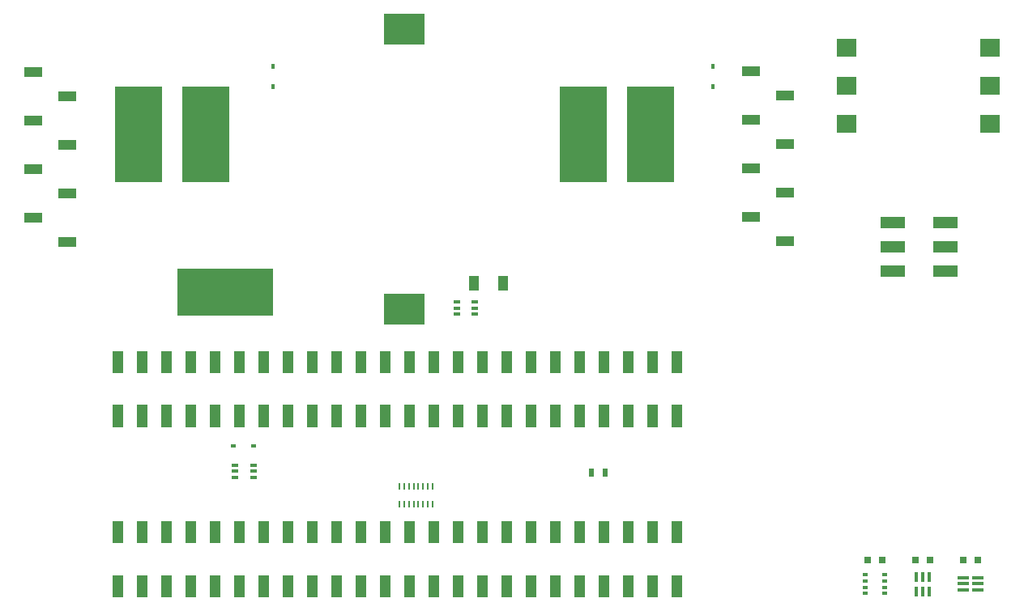
<source format=gbr>
G04 #@! TF.GenerationSoftware,KiCad,Pcbnew,(5.1.4)-1*
G04 #@! TF.CreationDate,2020-01-19T15:47:51-08:00*
G04 #@! TF.ProjectId,Light_intensity_data_logger,4c696768-745f-4696-9e74-656e73697479,rev?*
G04 #@! TF.SameCoordinates,Original*
G04 #@! TF.FileFunction,Paste,Top*
G04 #@! TF.FilePolarity,Positive*
%FSLAX46Y46*%
G04 Gerber Fmt 4.6, Leading zero omitted, Abs format (unit mm)*
G04 Created by KiCad (PCBNEW (5.1.4)-1) date 2020-01-19 15:47:51*
%MOMM*%
%LPD*%
G04 APERTURE LIST*
%ADD10C,0.010000*%
%ADD11R,0.800000X0.750000*%
%ADD12R,1.905000X1.016000*%
%ADD13R,1.020000X2.220000*%
%ADD14R,4.200000X3.200000*%
%ADD15R,0.600000X0.450000*%
%ADD16R,0.400000X1.000000*%
%ADD17R,10.000000X5.000000*%
%ADD18R,0.450000X0.600000*%
%ADD19R,5.000000X10.000000*%
%ADD20R,1.000000X1.600000*%
%ADD21R,0.500000X0.350000*%
%ADD22R,1.200000X0.350000*%
%ADD23R,2.500000X1.200000*%
%ADD24R,2.000000X1.900000*%
%ADD25R,0.203200X0.685800*%
%ADD26R,0.500000X0.900000*%
%ADD27R,0.650000X0.400000*%
G04 APERTURE END LIST*
D10*
G36*
X84310000Y-96382000D02*
G01*
X83290000Y-96382000D01*
X83290000Y-94162000D01*
X84310000Y-94162000D01*
X84310000Y-96382000D01*
G37*
X84310000Y-96382000D02*
X83290000Y-96382000D01*
X83290000Y-94162000D01*
X84310000Y-94162000D01*
X84310000Y-96382000D01*
G36*
X86850000Y-90730000D02*
G01*
X85830000Y-90730000D01*
X85830000Y-88510000D01*
X86850000Y-88510000D01*
X86850000Y-90730000D01*
G37*
X86850000Y-90730000D02*
X85830000Y-90730000D01*
X85830000Y-88510000D01*
X86850000Y-88510000D01*
X86850000Y-90730000D01*
G36*
X107170000Y-90730000D02*
G01*
X106150000Y-90730000D01*
X106150000Y-88510000D01*
X107170000Y-88510000D01*
X107170000Y-90730000D01*
G37*
X107170000Y-90730000D02*
X106150000Y-90730000D01*
X106150000Y-88510000D01*
X107170000Y-88510000D01*
X107170000Y-90730000D01*
G36*
X104630000Y-96382000D02*
G01*
X103610000Y-96382000D01*
X103610000Y-94162000D01*
X104630000Y-94162000D01*
X104630000Y-96382000D01*
G37*
X104630000Y-96382000D02*
X103610000Y-96382000D01*
X103610000Y-94162000D01*
X104630000Y-94162000D01*
X104630000Y-96382000D01*
G36*
X86850000Y-96382000D02*
G01*
X85830000Y-96382000D01*
X85830000Y-94162000D01*
X86850000Y-94162000D01*
X86850000Y-96382000D01*
G37*
X86850000Y-96382000D02*
X85830000Y-96382000D01*
X85830000Y-94162000D01*
X86850000Y-94162000D01*
X86850000Y-96382000D01*
G36*
X102090000Y-96382000D02*
G01*
X101070000Y-96382000D01*
X101070000Y-94162000D01*
X102090000Y-94162000D01*
X102090000Y-96382000D01*
G37*
X102090000Y-96382000D02*
X101070000Y-96382000D01*
X101070000Y-94162000D01*
X102090000Y-94162000D01*
X102090000Y-96382000D01*
G36*
X102090000Y-90730000D02*
G01*
X101070000Y-90730000D01*
X101070000Y-88510000D01*
X102090000Y-88510000D01*
X102090000Y-90730000D01*
G37*
X102090000Y-90730000D02*
X101070000Y-90730000D01*
X101070000Y-88510000D01*
X102090000Y-88510000D01*
X102090000Y-90730000D01*
G36*
X89390000Y-90730000D02*
G01*
X88370000Y-90730000D01*
X88370000Y-88510000D01*
X89390000Y-88510000D01*
X89390000Y-90730000D01*
G37*
X89390000Y-90730000D02*
X88370000Y-90730000D01*
X88370000Y-88510000D01*
X89390000Y-88510000D01*
X89390000Y-90730000D01*
G36*
X91930000Y-96382000D02*
G01*
X90910000Y-96382000D01*
X90910000Y-94162000D01*
X91930000Y-94162000D01*
X91930000Y-96382000D01*
G37*
X91930000Y-96382000D02*
X90910000Y-96382000D01*
X90910000Y-94162000D01*
X91930000Y-94162000D01*
X91930000Y-96382000D01*
G36*
X99550000Y-96382000D02*
G01*
X98530000Y-96382000D01*
X98530000Y-94162000D01*
X99550000Y-94162000D01*
X99550000Y-96382000D01*
G37*
X99550000Y-96382000D02*
X98530000Y-96382000D01*
X98530000Y-94162000D01*
X99550000Y-94162000D01*
X99550000Y-96382000D01*
G36*
X89390000Y-96382000D02*
G01*
X88370000Y-96382000D01*
X88370000Y-94162000D01*
X89390000Y-94162000D01*
X89390000Y-96382000D01*
G37*
X89390000Y-96382000D02*
X88370000Y-96382000D01*
X88370000Y-94162000D01*
X89390000Y-94162000D01*
X89390000Y-96382000D01*
G36*
X91930000Y-90730000D02*
G01*
X90910000Y-90730000D01*
X90910000Y-88510000D01*
X91930000Y-88510000D01*
X91930000Y-90730000D01*
G37*
X91930000Y-90730000D02*
X90910000Y-90730000D01*
X90910000Y-88510000D01*
X91930000Y-88510000D01*
X91930000Y-90730000D01*
G36*
X94470000Y-90730000D02*
G01*
X93450000Y-90730000D01*
X93450000Y-88510000D01*
X94470000Y-88510000D01*
X94470000Y-90730000D01*
G37*
X94470000Y-90730000D02*
X93450000Y-90730000D01*
X93450000Y-88510000D01*
X94470000Y-88510000D01*
X94470000Y-90730000D01*
G36*
X94470000Y-96382000D02*
G01*
X93450000Y-96382000D01*
X93450000Y-94162000D01*
X94470000Y-94162000D01*
X94470000Y-96382000D01*
G37*
X94470000Y-96382000D02*
X93450000Y-96382000D01*
X93450000Y-94162000D01*
X94470000Y-94162000D01*
X94470000Y-96382000D01*
G36*
X97010000Y-90730000D02*
G01*
X95990000Y-90730000D01*
X95990000Y-88510000D01*
X97010000Y-88510000D01*
X97010000Y-90730000D01*
G37*
X97010000Y-90730000D02*
X95990000Y-90730000D01*
X95990000Y-88510000D01*
X97010000Y-88510000D01*
X97010000Y-90730000D01*
G36*
X97010000Y-96382000D02*
G01*
X95990000Y-96382000D01*
X95990000Y-94162000D01*
X97010000Y-94162000D01*
X97010000Y-96382000D01*
G37*
X97010000Y-96382000D02*
X95990000Y-96382000D01*
X95990000Y-94162000D01*
X97010000Y-94162000D01*
X97010000Y-96382000D01*
G36*
X84310000Y-90730000D02*
G01*
X83290000Y-90730000D01*
X83290000Y-88510000D01*
X84310000Y-88510000D01*
X84310000Y-90730000D01*
G37*
X84310000Y-90730000D02*
X83290000Y-90730000D01*
X83290000Y-88510000D01*
X84310000Y-88510000D01*
X84310000Y-90730000D01*
G36*
X99550000Y-90730000D02*
G01*
X98530000Y-90730000D01*
X98530000Y-88510000D01*
X99550000Y-88510000D01*
X99550000Y-90730000D01*
G37*
X99550000Y-90730000D02*
X98530000Y-90730000D01*
X98530000Y-88510000D01*
X99550000Y-88510000D01*
X99550000Y-90730000D01*
G36*
X104630000Y-90730000D02*
G01*
X103610000Y-90730000D01*
X103610000Y-88510000D01*
X104630000Y-88510000D01*
X104630000Y-90730000D01*
G37*
X104630000Y-90730000D02*
X103610000Y-90730000D01*
X103610000Y-88510000D01*
X104630000Y-88510000D01*
X104630000Y-90730000D01*
G36*
X114790000Y-96382000D02*
G01*
X113770000Y-96382000D01*
X113770000Y-94162000D01*
X114790000Y-94162000D01*
X114790000Y-96382000D01*
G37*
X114790000Y-96382000D02*
X113770000Y-96382000D01*
X113770000Y-94162000D01*
X114790000Y-94162000D01*
X114790000Y-96382000D01*
G36*
X109710000Y-90730000D02*
G01*
X108690000Y-90730000D01*
X108690000Y-88510000D01*
X109710000Y-88510000D01*
X109710000Y-90730000D01*
G37*
X109710000Y-90730000D02*
X108690000Y-90730000D01*
X108690000Y-88510000D01*
X109710000Y-88510000D01*
X109710000Y-90730000D01*
G36*
X112250000Y-90730000D02*
G01*
X111230000Y-90730000D01*
X111230000Y-88510000D01*
X112250000Y-88510000D01*
X112250000Y-90730000D01*
G37*
X112250000Y-90730000D02*
X111230000Y-90730000D01*
X111230000Y-88510000D01*
X112250000Y-88510000D01*
X112250000Y-90730000D01*
G36*
X112250000Y-96382000D02*
G01*
X111230000Y-96382000D01*
X111230000Y-94162000D01*
X112250000Y-94162000D01*
X112250000Y-96382000D01*
G37*
X112250000Y-96382000D02*
X111230000Y-96382000D01*
X111230000Y-94162000D01*
X112250000Y-94162000D01*
X112250000Y-96382000D01*
G36*
X117330000Y-90730000D02*
G01*
X116310000Y-90730000D01*
X116310000Y-88510000D01*
X117330000Y-88510000D01*
X117330000Y-90730000D01*
G37*
X117330000Y-90730000D02*
X116310000Y-90730000D01*
X116310000Y-88510000D01*
X117330000Y-88510000D01*
X117330000Y-90730000D01*
G36*
X114790000Y-90730000D02*
G01*
X113770000Y-90730000D01*
X113770000Y-88510000D01*
X114790000Y-88510000D01*
X114790000Y-90730000D01*
G37*
X114790000Y-90730000D02*
X113770000Y-90730000D01*
X113770000Y-88510000D01*
X114790000Y-88510000D01*
X114790000Y-90730000D01*
G36*
X119870000Y-90730000D02*
G01*
X118850000Y-90730000D01*
X118850000Y-88510000D01*
X119870000Y-88510000D01*
X119870000Y-90730000D01*
G37*
X119870000Y-90730000D02*
X118850000Y-90730000D01*
X118850000Y-88510000D01*
X119870000Y-88510000D01*
X119870000Y-90730000D01*
G36*
X107170000Y-96382000D02*
G01*
X106150000Y-96382000D01*
X106150000Y-94162000D01*
X107170000Y-94162000D01*
X107170000Y-96382000D01*
G37*
X107170000Y-96382000D02*
X106150000Y-96382000D01*
X106150000Y-94162000D01*
X107170000Y-94162000D01*
X107170000Y-96382000D01*
G36*
X117330000Y-96382000D02*
G01*
X116310000Y-96382000D01*
X116310000Y-94162000D01*
X117330000Y-94162000D01*
X117330000Y-96382000D01*
G37*
X117330000Y-96382000D02*
X116310000Y-96382000D01*
X116310000Y-94162000D01*
X117330000Y-94162000D01*
X117330000Y-96382000D01*
G36*
X109710000Y-96382000D02*
G01*
X108690000Y-96382000D01*
X108690000Y-94162000D01*
X109710000Y-94162000D01*
X109710000Y-96382000D01*
G37*
X109710000Y-96382000D02*
X108690000Y-96382000D01*
X108690000Y-94162000D01*
X109710000Y-94162000D01*
X109710000Y-96382000D01*
G36*
X142730000Y-90730000D02*
G01*
X141710000Y-90730000D01*
X141710000Y-88510000D01*
X142730000Y-88510000D01*
X142730000Y-90730000D01*
G37*
X142730000Y-90730000D02*
X141710000Y-90730000D01*
X141710000Y-88510000D01*
X142730000Y-88510000D01*
X142730000Y-90730000D01*
G36*
X135110000Y-90730000D02*
G01*
X134090000Y-90730000D01*
X134090000Y-88510000D01*
X135110000Y-88510000D01*
X135110000Y-90730000D01*
G37*
X135110000Y-90730000D02*
X134090000Y-90730000D01*
X134090000Y-88510000D01*
X135110000Y-88510000D01*
X135110000Y-90730000D01*
G36*
X132570000Y-96382000D02*
G01*
X131550000Y-96382000D01*
X131550000Y-94162000D01*
X132570000Y-94162000D01*
X132570000Y-96382000D01*
G37*
X132570000Y-96382000D02*
X131550000Y-96382000D01*
X131550000Y-94162000D01*
X132570000Y-94162000D01*
X132570000Y-96382000D01*
G36*
X137650000Y-96382000D02*
G01*
X136630000Y-96382000D01*
X136630000Y-94162000D01*
X137650000Y-94162000D01*
X137650000Y-96382000D01*
G37*
X137650000Y-96382000D02*
X136630000Y-96382000D01*
X136630000Y-94162000D01*
X137650000Y-94162000D01*
X137650000Y-96382000D01*
G36*
X135110000Y-96382000D02*
G01*
X134090000Y-96382000D01*
X134090000Y-94162000D01*
X135110000Y-94162000D01*
X135110000Y-96382000D01*
G37*
X135110000Y-96382000D02*
X134090000Y-96382000D01*
X134090000Y-94162000D01*
X135110000Y-94162000D01*
X135110000Y-96382000D01*
G36*
X142730000Y-96382000D02*
G01*
X141710000Y-96382000D01*
X141710000Y-94162000D01*
X142730000Y-94162000D01*
X142730000Y-96382000D01*
G37*
X142730000Y-96382000D02*
X141710000Y-96382000D01*
X141710000Y-94162000D01*
X142730000Y-94162000D01*
X142730000Y-96382000D01*
G36*
X140190000Y-90730000D02*
G01*
X139170000Y-90730000D01*
X139170000Y-88510000D01*
X140190000Y-88510000D01*
X140190000Y-90730000D01*
G37*
X140190000Y-90730000D02*
X139170000Y-90730000D01*
X139170000Y-88510000D01*
X140190000Y-88510000D01*
X140190000Y-90730000D01*
G36*
X137650000Y-90730000D02*
G01*
X136630000Y-90730000D01*
X136630000Y-88510000D01*
X137650000Y-88510000D01*
X137650000Y-90730000D01*
G37*
X137650000Y-90730000D02*
X136630000Y-90730000D01*
X136630000Y-88510000D01*
X137650000Y-88510000D01*
X137650000Y-90730000D01*
G36*
X140190000Y-96382000D02*
G01*
X139170000Y-96382000D01*
X139170000Y-94162000D01*
X140190000Y-94162000D01*
X140190000Y-96382000D01*
G37*
X140190000Y-96382000D02*
X139170000Y-96382000D01*
X139170000Y-94162000D01*
X140190000Y-94162000D01*
X140190000Y-96382000D01*
G36*
X122410000Y-96382000D02*
G01*
X121390000Y-96382000D01*
X121390000Y-94162000D01*
X122410000Y-94162000D01*
X122410000Y-96382000D01*
G37*
X122410000Y-96382000D02*
X121390000Y-96382000D01*
X121390000Y-94162000D01*
X122410000Y-94162000D01*
X122410000Y-96382000D01*
G36*
X130030000Y-96382000D02*
G01*
X129010000Y-96382000D01*
X129010000Y-94162000D01*
X130030000Y-94162000D01*
X130030000Y-96382000D01*
G37*
X130030000Y-96382000D02*
X129010000Y-96382000D01*
X129010000Y-94162000D01*
X130030000Y-94162000D01*
X130030000Y-96382000D01*
G36*
X132570000Y-90730000D02*
G01*
X131550000Y-90730000D01*
X131550000Y-88510000D01*
X132570000Y-88510000D01*
X132570000Y-90730000D01*
G37*
X132570000Y-90730000D02*
X131550000Y-90730000D01*
X131550000Y-88510000D01*
X132570000Y-88510000D01*
X132570000Y-90730000D01*
G36*
X119870000Y-96382000D02*
G01*
X118850000Y-96382000D01*
X118850000Y-94162000D01*
X119870000Y-94162000D01*
X119870000Y-96382000D01*
G37*
X119870000Y-96382000D02*
X118850000Y-96382000D01*
X118850000Y-94162000D01*
X119870000Y-94162000D01*
X119870000Y-96382000D01*
G36*
X122410000Y-90730000D02*
G01*
X121390000Y-90730000D01*
X121390000Y-88510000D01*
X122410000Y-88510000D01*
X122410000Y-90730000D01*
G37*
X122410000Y-90730000D02*
X121390000Y-90730000D01*
X121390000Y-88510000D01*
X122410000Y-88510000D01*
X122410000Y-90730000D01*
G36*
X127490000Y-90730000D02*
G01*
X126470000Y-90730000D01*
X126470000Y-88510000D01*
X127490000Y-88510000D01*
X127490000Y-90730000D01*
G37*
X127490000Y-90730000D02*
X126470000Y-90730000D01*
X126470000Y-88510000D01*
X127490000Y-88510000D01*
X127490000Y-90730000D01*
G36*
X124950000Y-90730000D02*
G01*
X123930000Y-90730000D01*
X123930000Y-88510000D01*
X124950000Y-88510000D01*
X124950000Y-90730000D01*
G37*
X124950000Y-90730000D02*
X123930000Y-90730000D01*
X123930000Y-88510000D01*
X124950000Y-88510000D01*
X124950000Y-90730000D01*
G36*
X130030000Y-90730000D02*
G01*
X129010000Y-90730000D01*
X129010000Y-88510000D01*
X130030000Y-88510000D01*
X130030000Y-90730000D01*
G37*
X130030000Y-90730000D02*
X129010000Y-90730000D01*
X129010000Y-88510000D01*
X130030000Y-88510000D01*
X130030000Y-90730000D01*
G36*
X124950000Y-96382000D02*
G01*
X123930000Y-96382000D01*
X123930000Y-94162000D01*
X124950000Y-94162000D01*
X124950000Y-96382000D01*
G37*
X124950000Y-96382000D02*
X123930000Y-96382000D01*
X123930000Y-94162000D01*
X124950000Y-94162000D01*
X124950000Y-96382000D01*
G36*
X127490000Y-96382000D02*
G01*
X126470000Y-96382000D01*
X126470000Y-94162000D01*
X127490000Y-94162000D01*
X127490000Y-96382000D01*
G37*
X127490000Y-96382000D02*
X126470000Y-96382000D01*
X126470000Y-94162000D01*
X127490000Y-94162000D01*
X127490000Y-96382000D01*
G36*
X142730000Y-78572000D02*
G01*
X141710000Y-78572000D01*
X141710000Y-76352000D01*
X142730000Y-76352000D01*
X142730000Y-78572000D01*
G37*
X142730000Y-78572000D02*
X141710000Y-78572000D01*
X141710000Y-76352000D01*
X142730000Y-76352000D01*
X142730000Y-78572000D01*
G36*
X142730000Y-72920000D02*
G01*
X141710000Y-72920000D01*
X141710000Y-70700000D01*
X142730000Y-70700000D01*
X142730000Y-72920000D01*
G37*
X142730000Y-72920000D02*
X141710000Y-72920000D01*
X141710000Y-70700000D01*
X142730000Y-70700000D01*
X142730000Y-72920000D01*
G36*
X140190000Y-78572000D02*
G01*
X139170000Y-78572000D01*
X139170000Y-76352000D01*
X140190000Y-76352000D01*
X140190000Y-78572000D01*
G37*
X140190000Y-78572000D02*
X139170000Y-78572000D01*
X139170000Y-76352000D01*
X140190000Y-76352000D01*
X140190000Y-78572000D01*
G36*
X140190000Y-72920000D02*
G01*
X139170000Y-72920000D01*
X139170000Y-70700000D01*
X140190000Y-70700000D01*
X140190000Y-72920000D01*
G37*
X140190000Y-72920000D02*
X139170000Y-72920000D01*
X139170000Y-70700000D01*
X140190000Y-70700000D01*
X140190000Y-72920000D01*
G36*
X137650000Y-78572000D02*
G01*
X136630000Y-78572000D01*
X136630000Y-76352000D01*
X137650000Y-76352000D01*
X137650000Y-78572000D01*
G37*
X137650000Y-78572000D02*
X136630000Y-78572000D01*
X136630000Y-76352000D01*
X137650000Y-76352000D01*
X137650000Y-78572000D01*
G36*
X137650000Y-72920000D02*
G01*
X136630000Y-72920000D01*
X136630000Y-70700000D01*
X137650000Y-70700000D01*
X137650000Y-72920000D01*
G37*
X137650000Y-72920000D02*
X136630000Y-72920000D01*
X136630000Y-70700000D01*
X137650000Y-70700000D01*
X137650000Y-72920000D01*
G36*
X135110000Y-78572000D02*
G01*
X134090000Y-78572000D01*
X134090000Y-76352000D01*
X135110000Y-76352000D01*
X135110000Y-78572000D01*
G37*
X135110000Y-78572000D02*
X134090000Y-78572000D01*
X134090000Y-76352000D01*
X135110000Y-76352000D01*
X135110000Y-78572000D01*
G36*
X135110000Y-72920000D02*
G01*
X134090000Y-72920000D01*
X134090000Y-70700000D01*
X135110000Y-70700000D01*
X135110000Y-72920000D01*
G37*
X135110000Y-72920000D02*
X134090000Y-72920000D01*
X134090000Y-70700000D01*
X135110000Y-70700000D01*
X135110000Y-72920000D01*
G36*
X132570000Y-78572000D02*
G01*
X131550000Y-78572000D01*
X131550000Y-76352000D01*
X132570000Y-76352000D01*
X132570000Y-78572000D01*
G37*
X132570000Y-78572000D02*
X131550000Y-78572000D01*
X131550000Y-76352000D01*
X132570000Y-76352000D01*
X132570000Y-78572000D01*
G36*
X132570000Y-72920000D02*
G01*
X131550000Y-72920000D01*
X131550000Y-70700000D01*
X132570000Y-70700000D01*
X132570000Y-72920000D01*
G37*
X132570000Y-72920000D02*
X131550000Y-72920000D01*
X131550000Y-70700000D01*
X132570000Y-70700000D01*
X132570000Y-72920000D01*
G36*
X130030000Y-78572000D02*
G01*
X129010000Y-78572000D01*
X129010000Y-76352000D01*
X130030000Y-76352000D01*
X130030000Y-78572000D01*
G37*
X130030000Y-78572000D02*
X129010000Y-78572000D01*
X129010000Y-76352000D01*
X130030000Y-76352000D01*
X130030000Y-78572000D01*
G36*
X130030000Y-72920000D02*
G01*
X129010000Y-72920000D01*
X129010000Y-70700000D01*
X130030000Y-70700000D01*
X130030000Y-72920000D01*
G37*
X130030000Y-72920000D02*
X129010000Y-72920000D01*
X129010000Y-70700000D01*
X130030000Y-70700000D01*
X130030000Y-72920000D01*
G36*
X127490000Y-78572000D02*
G01*
X126470000Y-78572000D01*
X126470000Y-76352000D01*
X127490000Y-76352000D01*
X127490000Y-78572000D01*
G37*
X127490000Y-78572000D02*
X126470000Y-78572000D01*
X126470000Y-76352000D01*
X127490000Y-76352000D01*
X127490000Y-78572000D01*
G36*
X127490000Y-72920000D02*
G01*
X126470000Y-72920000D01*
X126470000Y-70700000D01*
X127490000Y-70700000D01*
X127490000Y-72920000D01*
G37*
X127490000Y-72920000D02*
X126470000Y-72920000D01*
X126470000Y-70700000D01*
X127490000Y-70700000D01*
X127490000Y-72920000D01*
G36*
X124950000Y-78572000D02*
G01*
X123930000Y-78572000D01*
X123930000Y-76352000D01*
X124950000Y-76352000D01*
X124950000Y-78572000D01*
G37*
X124950000Y-78572000D02*
X123930000Y-78572000D01*
X123930000Y-76352000D01*
X124950000Y-76352000D01*
X124950000Y-78572000D01*
G36*
X124950000Y-72920000D02*
G01*
X123930000Y-72920000D01*
X123930000Y-70700000D01*
X124950000Y-70700000D01*
X124950000Y-72920000D01*
G37*
X124950000Y-72920000D02*
X123930000Y-72920000D01*
X123930000Y-70700000D01*
X124950000Y-70700000D01*
X124950000Y-72920000D01*
G36*
X122410000Y-78572000D02*
G01*
X121390000Y-78572000D01*
X121390000Y-76352000D01*
X122410000Y-76352000D01*
X122410000Y-78572000D01*
G37*
X122410000Y-78572000D02*
X121390000Y-78572000D01*
X121390000Y-76352000D01*
X122410000Y-76352000D01*
X122410000Y-78572000D01*
G36*
X122410000Y-72920000D02*
G01*
X121390000Y-72920000D01*
X121390000Y-70700000D01*
X122410000Y-70700000D01*
X122410000Y-72920000D01*
G37*
X122410000Y-72920000D02*
X121390000Y-72920000D01*
X121390000Y-70700000D01*
X122410000Y-70700000D01*
X122410000Y-72920000D01*
G36*
X119870000Y-78572000D02*
G01*
X118850000Y-78572000D01*
X118850000Y-76352000D01*
X119870000Y-76352000D01*
X119870000Y-78572000D01*
G37*
X119870000Y-78572000D02*
X118850000Y-78572000D01*
X118850000Y-76352000D01*
X119870000Y-76352000D01*
X119870000Y-78572000D01*
G36*
X119870000Y-72920000D02*
G01*
X118850000Y-72920000D01*
X118850000Y-70700000D01*
X119870000Y-70700000D01*
X119870000Y-72920000D01*
G37*
X119870000Y-72920000D02*
X118850000Y-72920000D01*
X118850000Y-70700000D01*
X119870000Y-70700000D01*
X119870000Y-72920000D01*
G36*
X117330000Y-78572000D02*
G01*
X116310000Y-78572000D01*
X116310000Y-76352000D01*
X117330000Y-76352000D01*
X117330000Y-78572000D01*
G37*
X117330000Y-78572000D02*
X116310000Y-78572000D01*
X116310000Y-76352000D01*
X117330000Y-76352000D01*
X117330000Y-78572000D01*
G36*
X117330000Y-72920000D02*
G01*
X116310000Y-72920000D01*
X116310000Y-70700000D01*
X117330000Y-70700000D01*
X117330000Y-72920000D01*
G37*
X117330000Y-72920000D02*
X116310000Y-72920000D01*
X116310000Y-70700000D01*
X117330000Y-70700000D01*
X117330000Y-72920000D01*
G36*
X114790000Y-78572000D02*
G01*
X113770000Y-78572000D01*
X113770000Y-76352000D01*
X114790000Y-76352000D01*
X114790000Y-78572000D01*
G37*
X114790000Y-78572000D02*
X113770000Y-78572000D01*
X113770000Y-76352000D01*
X114790000Y-76352000D01*
X114790000Y-78572000D01*
G36*
X114790000Y-72920000D02*
G01*
X113770000Y-72920000D01*
X113770000Y-70700000D01*
X114790000Y-70700000D01*
X114790000Y-72920000D01*
G37*
X114790000Y-72920000D02*
X113770000Y-72920000D01*
X113770000Y-70700000D01*
X114790000Y-70700000D01*
X114790000Y-72920000D01*
G36*
X112250000Y-78572000D02*
G01*
X111230000Y-78572000D01*
X111230000Y-76352000D01*
X112250000Y-76352000D01*
X112250000Y-78572000D01*
G37*
X112250000Y-78572000D02*
X111230000Y-78572000D01*
X111230000Y-76352000D01*
X112250000Y-76352000D01*
X112250000Y-78572000D01*
G36*
X112250000Y-72920000D02*
G01*
X111230000Y-72920000D01*
X111230000Y-70700000D01*
X112250000Y-70700000D01*
X112250000Y-72920000D01*
G37*
X112250000Y-72920000D02*
X111230000Y-72920000D01*
X111230000Y-70700000D01*
X112250000Y-70700000D01*
X112250000Y-72920000D01*
G36*
X109710000Y-78572000D02*
G01*
X108690000Y-78572000D01*
X108690000Y-76352000D01*
X109710000Y-76352000D01*
X109710000Y-78572000D01*
G37*
X109710000Y-78572000D02*
X108690000Y-78572000D01*
X108690000Y-76352000D01*
X109710000Y-76352000D01*
X109710000Y-78572000D01*
G36*
X109710000Y-72920000D02*
G01*
X108690000Y-72920000D01*
X108690000Y-70700000D01*
X109710000Y-70700000D01*
X109710000Y-72920000D01*
G37*
X109710000Y-72920000D02*
X108690000Y-72920000D01*
X108690000Y-70700000D01*
X109710000Y-70700000D01*
X109710000Y-72920000D01*
G36*
X107170000Y-78572000D02*
G01*
X106150000Y-78572000D01*
X106150000Y-76352000D01*
X107170000Y-76352000D01*
X107170000Y-78572000D01*
G37*
X107170000Y-78572000D02*
X106150000Y-78572000D01*
X106150000Y-76352000D01*
X107170000Y-76352000D01*
X107170000Y-78572000D01*
G36*
X107170000Y-72920000D02*
G01*
X106150000Y-72920000D01*
X106150000Y-70700000D01*
X107170000Y-70700000D01*
X107170000Y-72920000D01*
G37*
X107170000Y-72920000D02*
X106150000Y-72920000D01*
X106150000Y-70700000D01*
X107170000Y-70700000D01*
X107170000Y-72920000D01*
G36*
X104630000Y-78572000D02*
G01*
X103610000Y-78572000D01*
X103610000Y-76352000D01*
X104630000Y-76352000D01*
X104630000Y-78572000D01*
G37*
X104630000Y-78572000D02*
X103610000Y-78572000D01*
X103610000Y-76352000D01*
X104630000Y-76352000D01*
X104630000Y-78572000D01*
G36*
X104630000Y-72920000D02*
G01*
X103610000Y-72920000D01*
X103610000Y-70700000D01*
X104630000Y-70700000D01*
X104630000Y-72920000D01*
G37*
X104630000Y-72920000D02*
X103610000Y-72920000D01*
X103610000Y-70700000D01*
X104630000Y-70700000D01*
X104630000Y-72920000D01*
G36*
X102090000Y-78572000D02*
G01*
X101070000Y-78572000D01*
X101070000Y-76352000D01*
X102090000Y-76352000D01*
X102090000Y-78572000D01*
G37*
X102090000Y-78572000D02*
X101070000Y-78572000D01*
X101070000Y-76352000D01*
X102090000Y-76352000D01*
X102090000Y-78572000D01*
G36*
X102090000Y-72920000D02*
G01*
X101070000Y-72920000D01*
X101070000Y-70700000D01*
X102090000Y-70700000D01*
X102090000Y-72920000D01*
G37*
X102090000Y-72920000D02*
X101070000Y-72920000D01*
X101070000Y-70700000D01*
X102090000Y-70700000D01*
X102090000Y-72920000D01*
G36*
X99550000Y-78572000D02*
G01*
X98530000Y-78572000D01*
X98530000Y-76352000D01*
X99550000Y-76352000D01*
X99550000Y-78572000D01*
G37*
X99550000Y-78572000D02*
X98530000Y-78572000D01*
X98530000Y-76352000D01*
X99550000Y-76352000D01*
X99550000Y-78572000D01*
G36*
X99550000Y-72920000D02*
G01*
X98530000Y-72920000D01*
X98530000Y-70700000D01*
X99550000Y-70700000D01*
X99550000Y-72920000D01*
G37*
X99550000Y-72920000D02*
X98530000Y-72920000D01*
X98530000Y-70700000D01*
X99550000Y-70700000D01*
X99550000Y-72920000D01*
G36*
X97010000Y-78572000D02*
G01*
X95990000Y-78572000D01*
X95990000Y-76352000D01*
X97010000Y-76352000D01*
X97010000Y-78572000D01*
G37*
X97010000Y-78572000D02*
X95990000Y-78572000D01*
X95990000Y-76352000D01*
X97010000Y-76352000D01*
X97010000Y-78572000D01*
G36*
X97010000Y-72920000D02*
G01*
X95990000Y-72920000D01*
X95990000Y-70700000D01*
X97010000Y-70700000D01*
X97010000Y-72920000D01*
G37*
X97010000Y-72920000D02*
X95990000Y-72920000D01*
X95990000Y-70700000D01*
X97010000Y-70700000D01*
X97010000Y-72920000D01*
G36*
X94470000Y-78572000D02*
G01*
X93450000Y-78572000D01*
X93450000Y-76352000D01*
X94470000Y-76352000D01*
X94470000Y-78572000D01*
G37*
X94470000Y-78572000D02*
X93450000Y-78572000D01*
X93450000Y-76352000D01*
X94470000Y-76352000D01*
X94470000Y-78572000D01*
G36*
X94470000Y-72920000D02*
G01*
X93450000Y-72920000D01*
X93450000Y-70700000D01*
X94470000Y-70700000D01*
X94470000Y-72920000D01*
G37*
X94470000Y-72920000D02*
X93450000Y-72920000D01*
X93450000Y-70700000D01*
X94470000Y-70700000D01*
X94470000Y-72920000D01*
G36*
X91930000Y-78572000D02*
G01*
X90910000Y-78572000D01*
X90910000Y-76352000D01*
X91930000Y-76352000D01*
X91930000Y-78572000D01*
G37*
X91930000Y-78572000D02*
X90910000Y-78572000D01*
X90910000Y-76352000D01*
X91930000Y-76352000D01*
X91930000Y-78572000D01*
G36*
X91930000Y-72920000D02*
G01*
X90910000Y-72920000D01*
X90910000Y-70700000D01*
X91930000Y-70700000D01*
X91930000Y-72920000D01*
G37*
X91930000Y-72920000D02*
X90910000Y-72920000D01*
X90910000Y-70700000D01*
X91930000Y-70700000D01*
X91930000Y-72920000D01*
G36*
X89390000Y-78572000D02*
G01*
X88370000Y-78572000D01*
X88370000Y-76352000D01*
X89390000Y-76352000D01*
X89390000Y-78572000D01*
G37*
X89390000Y-78572000D02*
X88370000Y-78572000D01*
X88370000Y-76352000D01*
X89390000Y-76352000D01*
X89390000Y-78572000D01*
G36*
X89390000Y-72920000D02*
G01*
X88370000Y-72920000D01*
X88370000Y-70700000D01*
X89390000Y-70700000D01*
X89390000Y-72920000D01*
G37*
X89390000Y-72920000D02*
X88370000Y-72920000D01*
X88370000Y-70700000D01*
X89390000Y-70700000D01*
X89390000Y-72920000D01*
G36*
X86850000Y-78572000D02*
G01*
X85830000Y-78572000D01*
X85830000Y-76352000D01*
X86850000Y-76352000D01*
X86850000Y-78572000D01*
G37*
X86850000Y-78572000D02*
X85830000Y-78572000D01*
X85830000Y-76352000D01*
X86850000Y-76352000D01*
X86850000Y-78572000D01*
G36*
X86850000Y-72920000D02*
G01*
X85830000Y-72920000D01*
X85830000Y-70700000D01*
X86850000Y-70700000D01*
X86850000Y-72920000D01*
G37*
X86850000Y-72920000D02*
X85830000Y-72920000D01*
X85830000Y-70700000D01*
X86850000Y-70700000D01*
X86850000Y-72920000D01*
G36*
X84310000Y-78572000D02*
G01*
X83290000Y-78572000D01*
X83290000Y-76352000D01*
X84310000Y-76352000D01*
X84310000Y-78572000D01*
G37*
X84310000Y-78572000D02*
X83290000Y-78572000D01*
X83290000Y-76352000D01*
X84310000Y-76352000D01*
X84310000Y-78572000D01*
G36*
X84310000Y-72920000D02*
G01*
X83290000Y-72920000D01*
X83290000Y-70700000D01*
X84310000Y-70700000D01*
X84310000Y-72920000D01*
G37*
X84310000Y-72920000D02*
X83290000Y-72920000D01*
X83290000Y-70700000D01*
X84310000Y-70700000D01*
X84310000Y-72920000D01*
D11*
X173680000Y-92610000D03*
X172180000Y-92610000D03*
X168680000Y-92610000D03*
X167180000Y-92610000D03*
D12*
X153538540Y-54167460D03*
X153538540Y-49087460D03*
X149982540Y-51627460D03*
X149982540Y-46547460D03*
X149982540Y-56707460D03*
X153538540Y-44007460D03*
X153538540Y-59247460D03*
X149982540Y-41467460D03*
X75002540Y-41487460D03*
X78558540Y-44027460D03*
X75002540Y-46567460D03*
X78558540Y-49107460D03*
X75002540Y-51647460D03*
X78558540Y-54187460D03*
X75002540Y-56727460D03*
X78558540Y-59267460D03*
D13*
X83800000Y-89620000D03*
X83800000Y-95272000D03*
X86340000Y-89620000D03*
X86340000Y-95272000D03*
X88880000Y-89620000D03*
X91420000Y-95272000D03*
X88880000Y-95272000D03*
X91420000Y-89620000D03*
X101580000Y-89620000D03*
X96500000Y-95272000D03*
X101580000Y-95272000D03*
X99040000Y-89620000D03*
X99040000Y-95272000D03*
X93960000Y-89620000D03*
X93960000Y-95272000D03*
X96500000Y-89620000D03*
X109200000Y-95272000D03*
X111740000Y-89620000D03*
X104120000Y-89620000D03*
X106660000Y-89620000D03*
X106660000Y-95272000D03*
X111740000Y-95272000D03*
X109200000Y-89620000D03*
X104120000Y-95272000D03*
X116820000Y-95272000D03*
X121900000Y-89620000D03*
X119360000Y-95272000D03*
X121900000Y-95272000D03*
X119360000Y-89620000D03*
X114280000Y-95272000D03*
X114280000Y-89620000D03*
X116820000Y-89620000D03*
X126980000Y-95272000D03*
X129520000Y-89620000D03*
X129520000Y-95272000D03*
X132060000Y-95272000D03*
X124440000Y-89620000D03*
X132060000Y-89620000D03*
X124440000Y-95272000D03*
X126980000Y-89620000D03*
X134600000Y-95272000D03*
X137140000Y-89620000D03*
X139680000Y-89620000D03*
X139680000Y-95272000D03*
X134600000Y-89620000D03*
X137140000Y-95272000D03*
X142220000Y-89620000D03*
X142220000Y-95272000D03*
X142220000Y-77462000D03*
X142220000Y-71810000D03*
X139680000Y-77462000D03*
X139680000Y-71810000D03*
X137140000Y-77462000D03*
X137140000Y-71810000D03*
X134600000Y-77462000D03*
X134600000Y-71810000D03*
X132060000Y-77462000D03*
X132060000Y-71810000D03*
X129520000Y-77462000D03*
X129520000Y-71810000D03*
X126980000Y-77462000D03*
X126980000Y-71810000D03*
X124440000Y-77462000D03*
X124440000Y-71810000D03*
X121900000Y-77462000D03*
X121900000Y-71810000D03*
X119360000Y-77462000D03*
X119360000Y-71810000D03*
X116820000Y-77462000D03*
X116820000Y-71810000D03*
X114280000Y-77462000D03*
X114280000Y-71810000D03*
X111740000Y-77462000D03*
X111740000Y-71810000D03*
X109200000Y-77462000D03*
X109200000Y-71810000D03*
X106660000Y-77462000D03*
X106660000Y-71810000D03*
X104120000Y-77462000D03*
X104120000Y-71810000D03*
X101580000Y-77462000D03*
X101580000Y-71810000D03*
X99040000Y-77462000D03*
X99040000Y-71810000D03*
X96500000Y-77462000D03*
X96500000Y-71810000D03*
X93960000Y-77462000D03*
X93960000Y-71810000D03*
X91420000Y-77462000D03*
X91420000Y-71810000D03*
X88880000Y-77462000D03*
X88880000Y-71810000D03*
X86340000Y-77462000D03*
X86340000Y-71810000D03*
X83800000Y-77462000D03*
X83800000Y-71810000D03*
D14*
X113780000Y-66370000D03*
X113780000Y-37070000D03*
D15*
X98020000Y-80600000D03*
X95920000Y-80600000D03*
D16*
X167930000Y-95860000D03*
X167280000Y-95860000D03*
X168580000Y-95860000D03*
X167280000Y-94360000D03*
X167930000Y-94360000D03*
X168580000Y-94360000D03*
D17*
X95060000Y-64590000D03*
D18*
X146000000Y-40950000D03*
X146000000Y-43050000D03*
D19*
X132500000Y-48000000D03*
X139500000Y-48000000D03*
D20*
X121060000Y-63630000D03*
X124060000Y-63630000D03*
D21*
X161905001Y-94135000D03*
X161905001Y-94785000D03*
X161905001Y-95435000D03*
X161905001Y-96085000D03*
X163955000Y-96085000D03*
X163955000Y-95435000D03*
X163955000Y-94785000D03*
X163955000Y-94135000D03*
D22*
X173680000Y-95720000D03*
X172180000Y-95720000D03*
X173680000Y-95070000D03*
X173680000Y-94420000D03*
X172180000Y-95070000D03*
X172180000Y-94420000D03*
D23*
X170320000Y-62310000D03*
X170320000Y-59810000D03*
X170320000Y-57310000D03*
X164820000Y-57310000D03*
X164820000Y-59810000D03*
X164820000Y-62310000D03*
D24*
X174950000Y-46960000D03*
X174950000Y-42960000D03*
X174950000Y-38960000D03*
X159950000Y-46960000D03*
X159950000Y-42960000D03*
X159950000Y-38960000D03*
D25*
X113229998Y-86775200D03*
X113730000Y-86775200D03*
X114229999Y-86775200D03*
X114730000Y-86775200D03*
X115230000Y-86775200D03*
X115729998Y-86775200D03*
X116230000Y-86775200D03*
X116729999Y-86775200D03*
X116730002Y-84844800D03*
X116230000Y-84844800D03*
X115730001Y-84844800D03*
X115230000Y-84844800D03*
X114730000Y-84844800D03*
X114230002Y-84844800D03*
X113730000Y-84844800D03*
X113230001Y-84844800D03*
D26*
X133270000Y-83450000D03*
X134770000Y-83450000D03*
D27*
X96090000Y-82630000D03*
X96090000Y-83930000D03*
X97990000Y-83280000D03*
X96090000Y-83280000D03*
X97990000Y-83930000D03*
X97990000Y-82630000D03*
X119230000Y-65560000D03*
X119230000Y-66860000D03*
X121130000Y-66210000D03*
X119230000Y-66210000D03*
X121130000Y-66860000D03*
X121130000Y-65560000D03*
D18*
X100000000Y-40950000D03*
X100000000Y-43050000D03*
D11*
X162180000Y-92590000D03*
X163680000Y-92590000D03*
D19*
X86000000Y-48000000D03*
X93000000Y-48000000D03*
M02*

</source>
